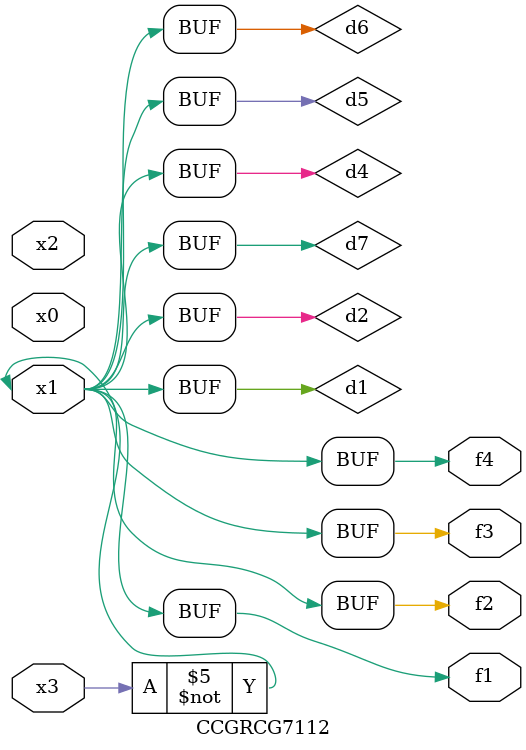
<source format=v>
module CCGRCG7112(
	input x0, x1, x2, x3,
	output f1, f2, f3, f4
);

	wire d1, d2, d3, d4, d5, d6, d7;

	not (d1, x3);
	buf (d2, x1);
	xnor (d3, d1, d2);
	nor (d4, d1);
	buf (d5, d1, d2);
	buf (d6, d4, d5);
	nand (d7, d4);
	assign f1 = d6;
	assign f2 = d7;
	assign f3 = d6;
	assign f4 = d6;
endmodule

</source>
